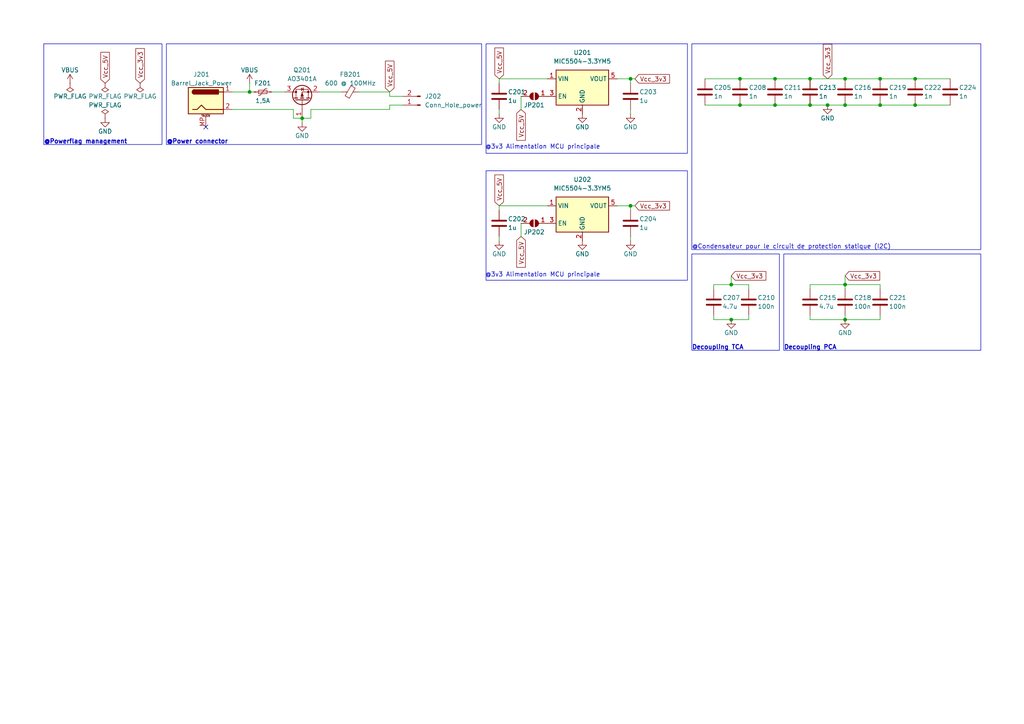
<source format=kicad_sch>
(kicad_sch (version 20231120) (generator "eeschema") (generator_version "8.0")
  (paper "A4")
  (lib_symbols
    (symbol "Connector:Barrel_Jack_MountingPin" (pin_names hide)
      (property "Reference" "J" (at 0 5.334 0))
      (property "Value" "Barrel_Jack_MountingPin" (at 1.27 -6.35 0))
      (symbol "Barrel_Jack_MountingPin_0_1"
        (rectangle (start -5.08 3.81) (end 5.08 -3.81) (stroke (width 0.254)) (fill (type background)))
        (arc (start -3.302 3.175) (mid -3.9343 2.54) (end -3.302 1.905) (stroke (width 0.254)))
        (arc (start -3.302 3.175) (mid -3.9343 2.54) (end -3.302 1.905) (stroke (width 0.254)) (fill (type outline)))
        (polyline (pts (xy 5.08 2.54) (xy 3.81 2.54)) (stroke (width 0.254)))
        (polyline (pts (xy -3.81 -2.54) (xy -2.54 -2.54) (xy -1.27 -1.27) (xy 0 -2.54) (xy 2.54 -2.54) (xy 5.08 -2.54)) (stroke (width 0.254)))
        (rectangle (start 3.683 3.175) (end -3.302 1.905) (stroke (width 0.254)) (fill (type outline)))
      )
      (symbol "Barrel_Jack_MountingPin_1_1"
        (polyline (pts (xy -1.016 -4.572) (xy 1.016 -4.572)) (stroke (width 0.1524)))
        (text "Mounting" (at 0 -4.191 0) (effects (font (size 0.381 0.381))))
        (pin passive line (at 7.62 2.54 180) (length 2.54) (name "~") (number "1"))
        (pin passive line (at 7.62 -2.54 180) (length 2.54) (name "~") (number "2"))
        (pin passive line (at 0 -7.62 90) (length 3.048) (name "MountPin") (number "MP"))
      )
    )
    (symbol "Connector:Conn_01x02_Pin" (pin_names (offset 1.016) hide)
      (property "Reference" "J" (at 0 2.54 0))
      (property "Value" "Conn_01x02_Pin" (at 0 -5.08 0))
      (symbol "Conn_01x02_Pin_1_1"
        (polyline (pts (xy 1.27 -2.54) (xy 0.8636 -2.54)) (stroke (width 0.1524)))
        (polyline (pts (xy 1.27 0) (xy 0.8636 0)) (stroke (width 0.1524)))
        (rectangle (start 0.8636 -2.413) (end 0 -2.667) (stroke (width 0.1524)) (fill (type outline)))
        (rectangle (start 0.8636 0.127) (end 0 -0.127) (stroke (width 0.1524)) (fill (type outline)))
        (pin passive line (at 5.08 0 180) (length 3.81) (name "Pin_1") (number "1"))
        (pin passive line (at 5.08 -2.54 180) (length 3.81) (name "Pin_2") (number "2"))
      )
    )
    (symbol "Device:C" (pin_numbers hide) (pin_names (offset 0.254))
      (property "Reference" "C" (at 0.635 2.54 0))
      (property "Value" "C" (at 0.635 -2.54 0))
      (symbol "C_0_1"
        (polyline (pts (xy -2.032 -0.762) (xy 2.032 -0.762)) (stroke (width 0.508)))
        (polyline (pts (xy -2.032 0.762) (xy 2.032 0.762)) (stroke (width 0.508)))
      )
      (symbol "C_1_1"
        (pin passive line (at 0 3.81 270) (length 2.794) (name "~") (number "1"))
        (pin passive line (at 0 -3.81 90) (length 2.794) (name "~") (number "2"))
      )
    )
    (symbol "Device:FerriteBead_Small" (pin_numbers hide) (pin_names (offset 0))
      (property "Reference" "FB" (at 1.905 1.27 0))
      (property "Value" "FerriteBead_Small" (at 1.905 -1.27 0))
      (symbol "FerriteBead_Small_0_1"
        (polyline (pts (xy 0 -1.27) (xy 0 -0.7874)))
        (polyline (pts (xy 0 0.889) (xy 0 1.2954)))
        (polyline (pts (xy -1.8288 0.2794) (xy -1.1176 1.4986) (xy 1.8288 -0.2032) (xy 1.1176 -1.4224) (xy -1.8288 0.2794)))
      )
      (symbol "FerriteBead_Small_1_1"
        (pin passive line (at 0 2.54 270) (length 1.27) (name "~") (number "1"))
        (pin passive line (at 0 -2.54 90) (length 1.27) (name "~") (number "2"))
      )
    )
    (symbol "Device:Polyfuse_Small" (pin_numbers hide) (pin_names (offset 0))
      (property "Reference" "F" (at -1.905 0 90))
      (property "Value" "Polyfuse_Small" (at 1.905 0 90))
      (symbol "Polyfuse_Small_0_1"
        (rectangle (start -0.508 1.27) (end 0.508 -1.27))
        (polyline (pts (xy 0 2.54) (xy 0 -2.54)))
        (polyline (pts (xy -1.016 1.27) (xy -1.016 0.762) (xy 1.016 -0.762) (xy 1.016 -1.27)))
      )
      (symbol "Polyfuse_Small_1_1"
        (pin passive line (at 0 2.54 270) (length 0.635) (name "~") (number "1"))
        (pin passive line (at 0 -2.54 90) (length 0.635) (name "~") (number "2"))
      )
    )
    (symbol "Jumper:SolderJumper_2_Open" (pin_names (offset 0) hide)
      (property "Reference" "JP" (at 0 2.032 0))
      (property "Value" "SolderJumper_2_Open" (at 0 -2.54 0))
      (symbol "SolderJumper_2_Open_0_1"
        (arc (start -0.254 1.016) (mid -1.2656 0) (end -0.254 -1.016))
        (arc (start -0.254 1.016) (mid -1.2656 0) (end -0.254 -1.016) (fill (type outline)))
        (polyline (pts (xy -0.254 1.016) (xy -0.254 -1.016)))
        (polyline (pts (xy 0.254 1.016) (xy 0.254 -1.016)))
        (arc (start 0.254 -1.016) (mid 1.2656 0) (end 0.254 1.016))
        (arc (start 0.254 -1.016) (mid 1.2656 0) (end 0.254 1.016) (fill (type outline)))
      )
      (symbol "SolderJumper_2_Open_1_1"
        (pin passive line (at -3.81 0 0) (length 2.54) (name "A") (number "1"))
        (pin passive line (at 3.81 0 180) (length 2.54) (name "B") (number "2"))
      )
    )
    (symbol "Regulator_Linear:MIC5504-3.3YM5"
      (property "Reference" "U" (at -7.62 8.89 0))
      (property "Value" "MIC5504-3.3YM5" (at -7.62 6.35 0))
      (symbol "MIC5504-3.3YM5_0_1"
        (rectangle (start -7.62 -5.08) (end 7.62 5.08) (stroke (width 0.254)) (fill (type background)))
      )
      (symbol "MIC5504-3.3YM5_1_1"
        (pin power_in line (at -10.16 2.54 0) (length 2.54) (name "VIN") (number "1"))
        (pin power_in line (at 0 -7.62 90) (length 2.54) (name "GND") (number "2"))
        (pin input line (at -10.16 -2.54 0) (length 2.54) (name "EN") (number "3"))
        (pin no_connect line (at 7.62 -2.54 180) (length 2.54) hide (name "NC") (number "4"))
        (pin power_out line (at 10.16 2.54 180) (length 2.54) (name "VOUT") (number "5"))
      )
    )
    (symbol "Transistor_FET:AO3401A" (pin_names hide)
      (property "Reference" "Q" (at 5.08 1.905 0))
      (property "Value" "AO3401A" (at 5.08 0 0))
      (symbol "AO3401A_0_1"
        (polyline (pts (xy 0.254 0) (xy -2.54 0)))
        (polyline (pts (xy 0.254 1.905) (xy 0.254 -1.905)) (stroke (width 0.254)))
        (polyline (pts (xy 0.762 -1.27) (xy 0.762 -2.286)) (stroke (width 0.254)))
        (polyline (pts (xy 0.762 0.508) (xy 0.762 -0.508)) (stroke (width 0.254)))
        (polyline (pts (xy 0.762 2.286) (xy 0.762 1.27)) (stroke (width 0.254)))
        (polyline (pts (xy 2.54 2.54) (xy 2.54 1.778)))
        (polyline (pts (xy 2.54 -2.54) (xy 2.54 0) (xy 0.762 0)))
        (polyline (pts (xy 0.762 1.778) (xy 3.302 1.778) (xy 3.302 -1.778) (xy 0.762 -1.778)))
        (polyline (pts (xy 2.286 0) (xy 1.27 0.381) (xy 1.27 -0.381) (xy 2.286 0)) (fill (type outline)))
        (polyline (pts (xy 2.794 -0.508) (xy 2.921 -0.381) (xy 3.683 -0.381) (xy 3.81 -0.254)))
        (polyline (pts (xy 3.302 -0.381) (xy 2.921 0.254) (xy 3.683 0.254) (xy 3.302 -0.381)))
        (circle (center 1.651 0) (radius 2.794) (stroke (width 0.254)))
        (circle (center 2.54 -1.778) (radius 0.254) (fill (type outline)))
        (circle (center 2.54 1.778) (radius 0.254) (fill (type outline)))
      )
      (symbol "AO3401A_1_1"
        (pin input line (at -5.08 0 0) (length 2.54) (name "G") (number "1"))
        (pin passive line (at 2.54 -5.08 90) (length 2.54) (name "S") (number "2"))
        (pin passive line (at 2.54 5.08 270) (length 2.54) (name "D") (number "3"))
      )
    )
    (symbol "power:GND" (power) (pin_names (offset 0))
      (property "Value" "GND" (at 0 -3.81 0))
      (symbol "GND_0_1"
        (polyline (pts (xy 0 0) (xy 0 -1.27) (xy 1.27 -1.27) (xy 0 -2.54) (xy -1.27 -1.27) (xy 0 -1.27)))
      )
      (symbol "GND_1_1"
        (pin power_in line (at 0 0 270) (length 0) hide (name "GND") (number "1"))
      )
    )
    (symbol "power:PWR_FLAG" (power) (pin_numbers hide) (pin_names (offset 0) hide)
      (property "Value" "PWR_FLAG" (at 0 3.81 0))
      (symbol "PWR_FLAG_0_0"
        (pin power_out line (at 0 0 90) (length 0) (name "pwr") (number "1"))
      )
      (symbol "PWR_FLAG_0_1"
        (polyline (pts (xy 0 0) (xy 0 1.27) (xy -1.016 1.905) (xy 0 2.54) (xy 1.016 1.905) (xy 0 1.27)))
      )
    )
    (symbol "power:VBUS" (power) (pin_names (offset 0))
      (property "Value" "VBUS" (at 0 3.81 0))
      (symbol "VBUS_0_1"
        (polyline (pts (xy -0.762 1.27) (xy 0 2.54)))
        (polyline (pts (xy 0 0) (xy 0 2.54)))
        (polyline (pts (xy 0 2.54) (xy 0.762 1.27)))
      )
      (symbol "VBUS_1_1"
        (pin power_in line (at 0 0 90) (length 0) hide (name "VBUS") (number "1"))
      )
    )
  )
  (junction (at 72.39 26.67))
  (junction (at 245.11 82.55))
  (junction (at 214.63 30.48))
  (junction (at 182.88 59.69))
  (junction (at 245.11 30.48))
  (junction (at 224.79 30.48))
  (junction (at 214.63 22.86))
  (junction (at 245.11 92.71))
  (junction (at 265.43 22.86))
  (junction (at 255.27 30.48))
  (junction (at 224.79 22.86))
  (junction (at 234.95 22.86))
  (junction (at 245.11 22.86))
  (junction (at 240.03 30.48))
  (junction (at 212.09 82.55))
  (junction (at 265.43 30.48))
  (junction (at 182.88 22.86))
  (junction (at 212.09 92.71))
  (junction (at 87.63 34.29))
  (junction (at 234.95 30.48))
  (junction (at 255.27 22.86))
  (no_connect (at 59.69 36.83))
  (wire (pts (xy 245.11 82.55) (xy 245.11 83.82)))
  (wire (pts (xy 184.15 22.86) (xy 182.88 22.86)))
  (wire (pts (xy 113.03 27.94) (xy 113.03 26.67)))
  (wire (pts (xy 182.88 31.75) (xy 182.88 33.02)))
  (wire (pts (xy 212.09 80.01) (xy 212.09 82.55)))
  (wire (pts (xy 217.17 91.44) (xy 217.17 92.71)))
  (wire (pts (xy 182.88 59.69) (xy 179.07 59.69)))
  (wire (pts (xy 212.09 82.55) (xy 217.17 82.55)))
  (wire (pts (xy 67.31 26.67) (xy 72.39 26.67)))
  (wire (pts (xy 207.01 92.71) (xy 212.09 92.71)))
  (wire (pts (xy 204.47 22.86) (xy 214.63 22.86)))
  (wire (pts (xy 85.09 31.75) (xy 85.09 34.29)))
  (wire (pts (xy 151.13 64.77) (xy 151.13 68.58)))
  (wire (pts (xy 144.78 59.69) (xy 144.78 60.96)))
  (wire (pts (xy 255.27 82.55) (xy 255.27 83.82)))
  (wire (pts (xy 72.39 26.67) (xy 73.66 26.67)))
  (wire (pts (xy 224.79 22.86) (xy 234.95 22.86)))
  (wire (pts (xy 67.31 31.75) (xy 85.09 31.75)))
  (wire (pts (xy 78.74 26.67) (xy 82.55 26.67)))
  (wire (pts (xy 182.88 68.58) (xy 182.88 69.85)))
  (wire (pts (xy 87.63 35.56) (xy 87.63 34.29)))
  (wire (pts (xy 245.11 22.86) (xy 255.27 22.86)))
  (wire (pts (xy 245.11 92.71) (xy 255.27 92.71)))
  (wire (pts (xy 144.78 68.58) (xy 144.78 69.85)))
  (wire (pts (xy 214.63 22.86) (xy 224.79 22.86)))
  (wire (pts (xy 182.88 22.86) (xy 182.88 24.13)))
  (wire (pts (xy 265.43 22.86) (xy 275.59 22.86)))
  (wire (pts (xy 255.27 91.44) (xy 255.27 92.71)))
  (wire (pts (xy 207.01 83.82) (xy 207.01 82.55)))
  (wire (pts (xy 245.11 80.01) (xy 245.11 82.55)))
  (wire (pts (xy 255.27 22.86) (xy 265.43 22.86)))
  (wire (pts (xy 245.11 91.44) (xy 245.11 92.71)))
  (wire (pts (xy 204.47 30.48) (xy 214.63 30.48)))
  (wire (pts (xy 212.09 92.71) (xy 217.17 92.71)))
  (wire (pts (xy 90.17 34.29) (xy 90.17 31.75)))
  (wire (pts (xy 116.84 27.94) (xy 113.03 27.94)))
  (wire (pts (xy 113.03 30.48) (xy 116.84 30.48)))
  (wire (pts (xy 144.78 59.69) (xy 158.75 59.69)))
  (wire (pts (xy 234.95 92.71) (xy 245.11 92.71)))
  (wire (pts (xy 207.01 82.55) (xy 212.09 82.55)))
  (wire (pts (xy 144.78 22.86) (xy 158.75 22.86)))
  (wire (pts (xy 104.14 26.67) (xy 113.03 26.67)))
  (wire (pts (xy 214.63 30.48) (xy 224.79 30.48)))
  (wire (pts (xy 245.11 30.48) (xy 255.27 30.48)))
  (wire (pts (xy 234.95 22.86) (xy 245.11 22.86)))
  (wire (pts (xy 240.03 30.48) (xy 245.11 30.48)))
  (wire (pts (xy 255.27 30.48) (xy 265.43 30.48)))
  (wire (pts (xy 151.13 27.94) (xy 151.13 31.75)))
  (wire (pts (xy 245.11 82.55) (xy 255.27 82.55)))
  (wire (pts (xy 184.15 59.69) (xy 182.88 59.69)))
  (wire (pts (xy 265.43 30.48) (xy 275.59 30.48)))
  (wire (pts (xy 113.03 31.75) (xy 113.03 30.48)))
  (wire (pts (xy 234.95 83.82) (xy 234.95 82.55)))
  (wire (pts (xy 144.78 22.86) (xy 144.78 24.13)))
  (wire (pts (xy 87.63 34.29) (xy 90.17 34.29)))
  (wire (pts (xy 182.88 22.86) (xy 179.07 22.86)))
  (wire (pts (xy 234.95 82.55) (xy 245.11 82.55)))
  (wire (pts (xy 72.39 24.13) (xy 72.39 26.67)))
  (wire (pts (xy 92.71 26.67) (xy 99.06 26.67)))
  (wire (pts (xy 217.17 82.55) (xy 217.17 83.82)))
  (wire (pts (xy 234.95 30.48) (xy 240.03 30.48)))
  (wire (pts (xy 144.78 31.75) (xy 144.78 33.02)))
  (wire (pts (xy 234.95 91.44) (xy 234.95 92.71)))
  (wire (pts (xy 90.17 31.75) (xy 113.03 31.75)))
  (wire (pts (xy 224.79 30.48) (xy 234.95 30.48)))
  (wire (pts (xy 182.88 59.69) (xy 182.88 60.96)))
  (wire (pts (xy 207.01 91.44) (xy 207.01 92.71)))
  (wire (pts (xy 85.09 34.29) (xy 87.63 34.29)))
  (rectangle (start 140.97 49.53) (end 199.39 81.28))
  (rectangle (start 200.66 12.7) (end 284.48 72.39))
  (rectangle (start 12.7 12.7) (end 46.99 41.91))
  (rectangle (start 140.97 12.7) (end 199.39 44.45))
  (rectangle (start 200.66 73.66) (end 226.06 101.6))
  (rectangle (start 227.33 73.66) (end 284.48 101.6))
  (rectangle (start 48.26 12.7) (end 139.7 41.91))
  (text "@Powerflag management" (at 12.7 41.91 0) (effects (font (size 1.27 1.27) (bold yes)) (justify left bottom)))
  (text "Decoupling PCA" (at 227.33 101.6 0) (effects (font (size 1.27 1.27) (thickness 0.254) (bold yes)) (justify left bottom)))
  (text "@Power connector" (at 48.26 41.91 0) (effects (font (size 1.27 1.27) (bold yes)) (justify left bottom)))
  (text "Decoupling TCA" (at 200.66 101.6 0) (effects (font (size 1.27 1.27) (thickness 0.254) (bold yes)) (justify left bottom)))
  (text "@3v3 Alimentation MCU principale\n" (at 140.716 80.518 0) (effects (font (size 1.27 1.27)) (justify left bottom)))
  (text "@Condensateur pour le circuit de protection statique (I2C)" (at 200.66 72.39 0) (effects (font (size 1.27 1.27)) (justify left bottom)))
  (text "@3v3 Alimentation MCU principale\n" (at 140.716 43.434 0) (effects (font (size 1.27 1.27)) (justify left bottom)))
  (global_label "Vcc_3v3" (shape input) (at 184.15 22.86 0) (property "Intersheetrefs" "${INTERSHEET_REFS}" (effects (hide yes))))
  (global_label "Vcc_5V" (shape input) (at 30.48 24.13 90) (property "Intersheetrefs" "${INTERSHEET_REFS}" (effects (hide yes))))
  (global_label "Vcc_5V" (shape input) (at 151.13 31.75 270) (property "Intersheetrefs" "${INTERSHEET_REFS}" (effects (hide yes))))
  (global_label "Vcc_5V" (shape input) (at 113.03 26.67 90) (property "Intersheetrefs" "${INTERSHEET_REFS}" (effects (hide yes))))
  (global_label "Vcc_3v3" (shape input) (at 245.11 80.01 0) (property "Intersheetrefs" "${INTERSHEET_REFS}" (effects (hide yes))))
  (global_label "Vcc_5V" (shape input) (at 144.78 22.86 90) (property "Intersheetrefs" "${INTERSHEET_REFS}" (effects (hide yes))))
  (global_label "Vcc_3v3" (shape input) (at 184.15 59.69 0) (property "Intersheetrefs" "${INTERSHEET_REFS}" (effects (hide yes))))
  (global_label "Vcc_3v3" (shape input) (at 212.09 80.01 0) (property "Intersheetrefs" "${INTERSHEET_REFS}" (effects (hide yes))))
  (global_label "Vcc_5V" (shape input) (at 151.13 68.58 270) (property "Intersheetrefs" "${INTERSHEET_REFS}" (effects (hide yes))))
  (global_label "Vcc_3v3" (shape input) (at 40.64 24.13 90) (property "Intersheetrefs" "${INTERSHEET_REFS}" (effects (hide yes))))
  (global_label "Vcc_3v3" (shape input) (at 240.03 22.86 90) (property "Intersheetrefs" "${INTERSHEET_REFS}" (effects (hide yes))))
  (global_label "Vcc_5V" (shape input) (at 144.78 59.69 90) (property "Intersheetrefs" "${INTERSHEET_REFS}" (effects (hide yes))))
  (symbol (lib_id "power:GND") (at 240.03 30.48 0) (unit 1)
    (property "Reference" "#PWR0212" (effects (hide yes)))
    (property "Value" "GND" (at 240.03 34.29 0))
    (instances (project "ESP32_CHUNGUS_RAPIDUS" (path "" (reference "#PWR0212") (unit 1))) (project "STM32_BLUTH_V1" (path "" (reference "#PWR0314") (unit 1))))
  )
  (symbol (lib_id "Device:C") (at 224.79 26.67 0) (unit 1)
    (property "Reference" "C211" (at 227.33 25.4 0) (effects (justify left)))
    (property "Value" "1n" (at 227.33 27.94 0) (effects (justify left)))
    (property "Footprint" "Capacitor_SMD:C_1206_3216Metric" (effects (hide yes)))
    (instances (project "ESP32_CHUNGUS_RAPIDUS" (path "" (reference "C211") (unit 1))) (project "STM32_BLUTH_V1" (path "" (reference "C320") (unit 1))))
  )
  (symbol (lib_id "Device:C") (at 182.88 27.94 0) (unit 1)
    (property "Reference" "C203" (at 185.42 26.67 0) (effects (justify left)))
    (property "Value" "1u" (at 185.42 29.21 0) (effects (justify left)))
    (property "Footprint" "Capacitor_SMD:C_0805_2012Metric" (effects (hide yes)))
    (instances (project "ESP32_CHUNGUS_RAPIDUS" (path "" (reference "C203") (unit 1))) (project "STM32_BLUTH_V1" (path "" (reference "C306") (unit 1))))
  )
  (symbol (lib_id "power:GND") (at 168.91 69.85 0) (unit 1)
    (property "Reference" "#PWR0219" (effects (hide yes)))
    (property "Value" "GND" (at 168.91 73.66 0))
    (instances (project "Custom_ST-Link" (path "" (reference "#PWR0219") (unit 1))) (project "ESP32_CHUNGUS_RAPIDUS" (path "" (reference "#PWR0208") (unit 1))) (project "STM32_BLUTH_V1" (path "" (reference "#PWR0308") (unit 1))))
  )
  (symbol (lib_id "Regulator_Linear:MIC5504-3.3YM5") (at 168.91 25.4 0) (unit 1)
    (property "Reference" "U201" (at 168.91 15.24 0))
    (property "Value" "MIC5504-3.3YM5" (at 168.91 17.78 0))
    (property "Footprint" "Package_TO_SOT_SMD:SOT-23-5" (effects (hide yes)))
    (property "Datasheet" "http://ww1.microchip.com/downloads/en/DeviceDoc/MIC550X.pdf" (effects (hide yes)))
    (instances (project "ESP32_CHUNGUS_RAPIDUS" (path "" (reference "U201") (unit 1))) (project "STM32_BLUTH_V1" (path "" (reference "U301") (unit 1))))
  )
  (symbol (lib_id "Connector:Barrel_Jack_MountingPin") (at 59.69 29.21 0) (unit 1)
    (property "Reference" "J201" (at 58.42 21.59 0))
    (property "Value" "Barrel_Jack_Power" (at 58.42 24.13 0))
    (property "Footprint" "Connector_BarrelJack:BarrelJack_Horizontal" (effects (hide yes)))
  )
  (symbol (lib_id "power:GND") (at 168.91 33.02 0) (unit 1)
    (property "Reference" "#PWR0219" (effects (hide yes)))
    (property "Value" "GND" (at 168.91 36.83 0))
    (instances (project "Custom_ST-Link" (path "" (reference "#PWR0219") (unit 1))) (project "ESP32_CHUNGUS_RAPIDUS" (path "" (reference "#PWR0207") (unit 1))) (project "STM32_BLUTH_V1" (path "" (reference "#PWR0308") (unit 1))))
  )
  (symbol (lib_id "power:PWR_FLAG") (at 40.64 24.13 180) (unit 1)
    (property "Reference" "#FLG0204" (effects (hide yes)))
    (property "Value" "PWR_FLAG" (at 40.64 27.94 0))
  )
  (symbol (lib_id "Device:C") (at 234.95 87.63 0) (unit 1)
    (property "Reference" "C215" (at 237.49 86.36 0) (effects (justify left)))
    (property "Value" "4.7u" (at 237.49 88.9 0) (effects (justify left)))
    (property "Footprint" "Capacitor_SMD:C_0805_2012Metric" (effects (hide yes)))
    (instances (project "ESP32_CHUNGUS_RAPIDUS" (path "" (reference "C215") (unit 1))) (project "STM32_BLUTH_V1" (path "" (reference "C309") (unit 1))))
  )
  (symbol (lib_id "Device:C") (at 144.78 64.77 0) (unit 1)
    (property "Reference" "C202" (at 147.32 63.5 0) (effects (justify left)))
    (property "Value" "1u" (at 147.32 66.04 0) (effects (justify left)))
    (property "Footprint" "Capacitor_SMD:C_0805_2012Metric" (effects (hide yes)))
    (instances (project "ESP32_CHUNGUS_RAPIDUS" (path "" (reference "C202") (unit 1))) (project "STM32_BLUTH_V1" (path "" (reference "C301") (unit 1))))
  )
  (symbol (lib_id "Device:C") (at 275.59 26.67 0) (unit 1)
    (property "Reference" "C224" (at 278.13 25.4 0) (effects (justify left)))
    (property "Value" "1n" (at 278.13 27.94 0) (effects (justify left)))
    (property "Footprint" "Capacitor_SMD:C_1206_3216Metric" (effects (hide yes)))
    (instances (project "ESP32_CHUNGUS_RAPIDUS" (path "" (reference "C224") (unit 1))) (project "STM32_BLUTH_V1" (path "" (reference "C329") (unit 1))))
  )
  (symbol (lib_id "power:PWR_FLAG") (at 30.48 24.13 180) (unit 1)
    (property "Reference" "#FLG0202" (effects (hide yes)))
    (property "Value" "PWR_FLAG" (at 30.48 27.94 0))
  )
  (symbol (lib_id "Device:C") (at 245.11 26.67 0) (unit 1)
    (property "Reference" "C216" (at 247.65 25.4 0) (effects (justify left)))
    (property "Value" "1n" (at 247.65 27.94 0) (effects (justify left)))
    (property "Footprint" "Capacitor_SMD:C_1206_3216Metric" (effects (hide yes)))
    (instances (project "ESP32_CHUNGUS_RAPIDUS" (path "" (reference "C216") (unit 1))) (project "STM32_BLUTH_V1" (path "" (reference "C324") (unit 1))))
  )
  (symbol (lib_id "power:GND") (at 212.09 92.71 0) (unit 1)
    (property "Reference" "#PWR0211" (effects (hide yes)))
    (property "Value" "GND" (at 212.09 96.52 0))
    (instances (project "ESP32_CHUNGUS_RAPIDUS" (path "" (reference "#PWR0211") (unit 1))) (project "STM32_BLUTH_V1" (path "" (reference "#PWR0312") (unit 1))))
  )
  (symbol (lib_id "power:GND") (at 144.78 69.85 0) (unit 1)
    (property "Reference" "#PWR0219" (effects (hide yes)))
    (property "Value" "GND" (at 144.78 73.66 0))
    (instances (project "Custom_ST-Link" (path "" (reference "#PWR0219") (unit 1))) (project "ESP32_CHUNGUS_RAPIDUS" (path "" (reference "#PWR0206") (unit 1))) (project "STM32_BLUTH_V1" (path "" (reference "#PWR0302") (unit 1))))
  )
  (symbol (lib_id "power:GND") (at 30.48 34.29 0) (unit 1)
    (property "Reference" "#PWR0219" (effects (hide yes)))
    (property "Value" "GND" (at 30.48 38.1 0))
    (instances (project "Custom_ST-Link" (path "" (reference "#PWR0219") (unit 1))) (project "ESP32_CHUNGUS_RAPIDUS" (path "" (reference "#PWR0202") (unit 1))) (project "STM32_BLUTH_V1" (path "" (reference "#PWR0302") (unit 1))))
  )
  (symbol (lib_id "Device:C") (at 204.47 26.67 0) (unit 1)
    (property "Reference" "C205" (at 207.01 25.4 0) (effects (justify left)))
    (property "Value" "1n" (at 207.01 27.94 0) (effects (justify left)))
    (property "Footprint" "Capacitor_SMD:C_1206_3216Metric" (effects (hide yes)))
    (instances (project "ESP32_CHUNGUS_RAPIDUS" (path "" (reference "C205") (unit 1))) (project "STM32_BLUTH_V1" (path "" (reference "C314") (unit 1))))
  )
  (symbol (lib_id "power:GND") (at 87.63 35.56 0) (unit 1)
    (property "Reference" "#PWR0206" (effects (hide yes)))
    (property "Value" "GND" (at 87.63 39.37 0))
    (instances (project "Custom_ST-Link" (path "" (reference "#PWR0206") (unit 1))) (project "ESP32_CHUNGUS_RAPIDUS" (path "" (reference "#PWR0204") (unit 1))) (project "STM32_BLUTH_V1" (path "" (reference "#PWR02") (unit 1))))
  )
  (symbol (lib_id "Regulator_Linear:MIC5504-3.3YM5") (at 168.91 62.23 0) (unit 1)
    (property "Reference" "U202" (at 168.91 52.07 0))
    (property "Value" "MIC5504-3.3YM5" (at 168.91 54.61 0))
    (property "Footprint" "Package_TO_SOT_SMD:SOT-23-5" (effects (hide yes)))
    (property "Datasheet" "http://ww1.microchip.com/downloads/en/DeviceDoc/MIC550X.pdf" (effects (hide yes)))
    (instances (project "ESP32_CHUNGUS_RAPIDUS" (path "" (reference "U202") (unit 1))) (project "STM32_BLUTH_V1" (path "" (reference "U301") (unit 1))))
  )
  (symbol (lib_id "power:GND") (at 182.88 69.85 0) (unit 1)
    (property "Reference" "#PWR0219" (effects (hide yes)))
    (property "Value" "GND" (at 182.88 73.66 0))
    (instances (project "Custom_ST-Link" (path "" (reference "#PWR0219") (unit 1))) (project "ESP32_CHUNGUS_RAPIDUS" (path "" (reference "#PWR0210") (unit 1))) (project "STM32_BLUTH_V1" (path "" (reference "#PWR0309") (unit 1))))
  )
  (symbol (lib_id "Device:C") (at 265.43 26.67 0) (unit 1)
    (property "Reference" "C222" (at 267.97 25.4 0) (effects (justify left)))
    (property "Value" "1n" (at 267.97 27.94 0) (effects (justify left)))
    (property "Footprint" "Capacitor_SMD:C_1206_3216Metric" (effects (hide yes)))
    (instances (project "ESP32_CHUNGUS_RAPIDUS" (path "" (reference "C222") (unit 1))) (project "STM32_BLUTH_V1" (path "" (reference "C327") (unit 1))))
  )
  (symbol (lib_id "Device:C") (at 255.27 87.63 0) (unit 1)
    (property "Reference" "C221" (at 257.81 86.36 0) (effects (justify left)))
    (property "Value" "100n" (at 257.81 88.9 0) (effects (justify left)))
    (property "Footprint" "Capacitor_SMD:C_0805_2012Metric" (effects (hide yes)))
    (instances (project "ESP32_CHUNGUS_RAPIDUS" (path "" (reference "C221") (unit 1))) (project "STM32_BLUTH_V1" (path "" (reference "C311") (unit 1))))
  )
  (symbol (lib_id "Device:C") (at 214.63 26.67 0) (unit 1)
    (property "Reference" "C208" (at 217.17 25.4 0) (effects (justify left)))
    (property "Value" "1n" (at 217.17 27.94 0) (effects (justify left)))
    (property "Footprint" "Capacitor_SMD:C_1206_3216Metric" (effects (hide yes)))
    (instances (project "ESP32_CHUNGUS_RAPIDUS" (path "" (reference "C208") (unit 1))) (project "STM32_BLUTH_V1" (path "" (reference "C317") (unit 1))))
  )
  (symbol (lib_id "power:VBUS") (at 20.32 24.13 0) (unit 1)
    (property "Reference" "#PWR0201" (effects (hide yes)))
    (property "Value" "VBUS" (at 20.32 20.32 0))
    (instances (project "Custom_ST-Link" (path "" (reference "#PWR0201") (unit 1))) (project "ESP32_CHUNGUS_RAPIDUS" (path "" (reference "#PWR0201") (unit 1))) (project "STM32_BLUTH_V1" (path "" (reference "#PWR01") (unit 1))))
  )
  (symbol (lib_id "Device:C") (at 217.17 87.63 0) (unit 1)
    (property "Reference" "C210" (at 219.71 86.36 0) (effects (justify left)))
    (property "Value" "100n" (at 219.71 88.9 0) (effects (justify left)))
    (property "Footprint" "Capacitor_SMD:C_0805_2012Metric" (effects (hide yes)))
    (instances (project "ESP32_CHUNGUS_RAPIDUS" (path "" (reference "C210") (unit 1))) (project "STM32_BLUTH_V1" (path "" (reference "C311") (unit 1))))
  )
  (symbol (lib_id "power:PWR_FLAG") (at 20.32 24.13 180) (unit 1)
    (property "Reference" "#FLG0201" (effects (hide yes)))
    (property "Value" "PWR_FLAG" (at 20.32 27.94 0))
  )
  (symbol (lib_id "Device:C") (at 182.88 64.77 0) (unit 1)
    (property "Reference" "C204" (at 185.42 63.5 0) (effects (justify left)))
    (property "Value" "1u" (at 185.42 66.04 0) (effects (justify left)))
    (property "Footprint" "Capacitor_SMD:C_0805_2012Metric" (effects (hide yes)))
    (instances (project "ESP32_CHUNGUS_RAPIDUS" (path "" (reference "C204") (unit 1))) (project "STM32_BLUTH_V1" (path "" (reference "C306") (unit 1))))
  )
  (symbol (lib_id "Transistor_FET:AO3401A") (at 87.63 29.21 90) (unit 1)
    (property "Reference" "Q201" (at 87.63 20.32 90))
    (property "Value" "AO3401A" (at 87.63 22.86 90))
    (property "Footprint" "Package_TO_SOT_SMD:SOT-23" (effects (hide yes)))
    (property "Datasheet" "http://www.aosmd.com/pdfs/datasheet/AO3401A.pdf" (effects (hide yes)))
    (instances (project "Custom_ST-Link" (path "" (reference "Q201") (unit 1))) (project "ESP32_CHUNGUS_RAPIDUS" (path "" (reference "Q201") (unit 1))) (project "STM32_BLUTH_V1" (path "" (reference "Q1") (unit 1))))
  )
  (symbol (lib_id "power:GND") (at 182.88 33.02 0) (unit 1)
    (property "Reference" "#PWR0219" (effects (hide yes)))
    (property "Value" "GND" (at 182.88 36.83 0))
    (instances (project "Custom_ST-Link" (path "" (reference "#PWR0219") (unit 1))) (project "ESP32_CHUNGUS_RAPIDUS" (path "" (reference "#PWR0209") (unit 1))) (project "STM32_BLUTH_V1" (path "" (reference "#PWR0309") (unit 1))))
  )
  (symbol (lib_id "Device:FerriteBead_Small") (at 101.6 26.67 90) (unit 1)
    (property "Reference" "FB201" (at 101.6 21.59 90))
    (property "Value" "600 @ 100MHz" (at 101.6 24.13 90))
    (property "Footprint" "Resistor_SMD:R_0805_2012Metric_Pad1.20x1.40mm_HandSolder" (effects (hide yes)))
    (instances (project "Custom_ST-Link" (path "" (reference "FB201") (unit 1))) (project "ESP32_CHUNGUS_RAPIDUS" (path "" (reference "FB201") (unit 1))) (project "STM32_BLUTH_V1" (path "" (reference "FB1") (unit 1))))
  )
  (symbol (lib_id "Device:C") (at 207.01 87.63 0) (unit 1)
    (property "Reference" "C207" (at 209.55 86.36 0) (effects (justify left)))
    (property "Value" "4.7u" (at 209.55 88.9 0) (effects (justify left)))
    (property "Footprint" "Capacitor_SMD:C_0805_2012Metric" (effects (hide yes)))
    (instances (project "ESP32_CHUNGUS_RAPIDUS" (path "" (reference "C207") (unit 1))) (project "STM32_BLUTH_V1" (path "" (reference "C309") (unit 1))))
  )
  (symbol (lib_id "Device:Polyfuse_Small") (at 76.2 26.67 90) (unit 1)
    (property "Reference" "F201" (at 76.2 24.13 90))
    (property "Value" "1,5A" (at 76.2 29.21 90))
    (property "Footprint" "Fuse:Fuse_1812_4532Metric_Pad1.30x3.40mm_HandSolder" (effects (hide yes)))
    (instances (project "Custom_ST-Link" (path "" (reference "F201") (unit 1))) (project "ESP32_CHUNGUS_RAPIDUS" (path "" (reference "F201") (unit 1))) (project "STM32_BLUTH_V1" (path "" (reference "F1") (unit 1))))
  )
  (symbol (lib_id "Device:C") (at 234.95 26.67 0) (unit 1)
    (property "Reference" "C213" (at 237.49 25.4 0) (effects (justify left)))
    (property "Value" "1n" (at 237.49 27.94 0) (effects (justify left)))
    (property "Footprint" "Capacitor_SMD:C_1206_3216Metric" (effects (hide yes)))
    (instances (project "ESP32_CHUNGUS_RAPIDUS" (path "" (reference "C213") (unit 1))) (project "STM32_BLUTH_V1" (path "" (reference "C322") (unit 1))))
  )
  (symbol (lib_id "Device:C") (at 144.78 27.94 0) (unit 1)
    (property "Reference" "C201" (at 147.32 26.67 0) (effects (justify left)))
    (property "Value" "1u" (at 147.32 29.21 0) (effects (justify left)))
    (property "Footprint" "Capacitor_SMD:C_0805_2012Metric" (effects (hide yes)))
    (instances (project "ESP32_CHUNGUS_RAPIDUS" (path "" (reference "C201") (unit 1))) (project "STM32_BLUTH_V1" (path "" (reference "C301") (unit 1))))
  )
  (symbol (lib_id "Jumper:SolderJumper_2_Open") (at 154.94 64.77 180) (unit 1)
    (property "Reference" "JP202" (at 154.94 67.31 0))
    (property "Value" "SolderJumper_2_Open" (effects (hide yes)))
    (property "Footprint" "Jumper:SolderJumper-2_P1.3mm_Open_TrianglePad1.0x1.5mm" (effects (hide yes)))
    (instances (project "ESP32_CHUNGUS_RAPIDUS" (path "" (reference "JP202") (unit 1))) (project "STM32_BLUTH_V1" (path "" (reference "JP301") (unit 1))))
  )
  (symbol (lib_id "power:GND") (at 144.78 33.02 0) (unit 1)
    (property "Reference" "#PWR0219" (effects (hide yes)))
    (property "Value" "GND" (at 144.78 36.83 0))
    (instances (project "Custom_ST-Link" (path "" (reference "#PWR0219") (unit 1))) (project "ESP32_CHUNGUS_RAPIDUS" (path "" (reference "#PWR0205") (unit 1))) (project "STM32_BLUTH_V1" (path "" (reference "#PWR0302") (unit 1))))
  )
  (symbol (lib_id "power:VBUS") (at 72.39 24.13 0) (unit 1)
    (property "Reference" "#PWR0201" (effects (hide yes)))
    (property "Value" "VBUS" (at 72.39 20.32 0))
    (instances (project "Custom_ST-Link" (path "" (reference "#PWR0201") (unit 1))) (project "ESP32_CHUNGUS_RAPIDUS" (path "" (reference "#PWR0203") (unit 1))) (project "STM32_BLUTH_V1" (path "" (reference "#PWR01") (unit 1))))
  )
  (symbol (lib_id "Device:C") (at 255.27 26.67 0) (unit 1)
    (property "Reference" "C219" (at 257.81 25.4 0) (effects (justify left)))
    (property "Value" "1n" (at 257.81 27.94 0) (effects (justify left)))
    (property "Footprint" "Capacitor_SMD:C_1206_3216Metric" (effects (hide yes)))
    (instances (project "ESP32_CHUNGUS_RAPIDUS" (path "" (reference "C219") (unit 1))) (project "STM32_BLUTH_V1" (path "" (reference "C325") (unit 1))))
  )
  (symbol (lib_id "power:GND") (at 245.11 92.71 0) (unit 1)
    (property "Reference" "#PWR0214" (effects (hide yes)))
    (property "Value" "GND" (at 245.11 96.52 0))
    (instances (project "ESP32_CHUNGUS_RAPIDUS" (path "" (reference "#PWR0214") (unit 1))) (project "STM32_BLUTH_V1" (path "" (reference "#PWR0312") (unit 1))))
  )
  (symbol (lib_id "Jumper:SolderJumper_2_Open") (at 154.94 27.94 180) (unit 1)
    (property "Reference" "JP201" (at 154.94 30.48 0))
    (property "Value" "SolderJumper_2_Open" (effects (hide yes)))
    (property "Footprint" "Jumper:SolderJumper-2_P1.3mm_Open_TrianglePad1.0x1.5mm" (effects (hide yes)))
    (instances (project "ESP32_CHUNGUS_RAPIDUS" (path "" (reference "JP201") (unit 1))) (project "STM32_BLUTH_V1" (path "" (reference "JP301") (unit 1))))
  )
  (symbol (lib_id "Device:C") (at 245.11 87.63 0) (unit 1)
    (property "Reference" "C218" (at 247.65 86.36 0) (effects (justify left)))
    (property "Value" "100n" (at 247.65 88.9 0) (effects (justify left)))
    (property "Footprint" "Capacitor_SMD:C_0805_2012Metric" (effects (hide yes)))
    (instances (project "ESP32_CHUNGUS_RAPIDUS" (path "" (reference "C218") (unit 1))) (project "STM32_BLUTH_V1" (path "" (reference "C311") (unit 1))))
  )
  (symbol (lib_id "Connector:Conn_01x02_Pin") (at 121.92 30.48 180) (unit 1)
    (property "Reference" "J202" (at 123.19 27.94 0) (effects (justify right)))
    (property "Value" "Conn_Hole_power" (at 123.19 30.48 0) (effects (justify right)))
    (property "Footprint" "Connector_Wire:SolderWire-1.5sqmm_1x02_P7.8mm_D1.7mm_OD3.9mm" (effects (hide yes)))
  )
  (symbol (lib_id "power:PWR_FLAG") (at 30.48 34.29 0) (unit 1)
    (property "Reference" "#FLG0203" (effects (hide yes)))
    (property "Value" "PWR_FLAG" (at 30.48 30.48 0))
  )
)
</source>
